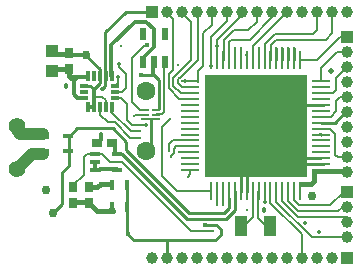
<source format=gbl>
%FSAX25Y25*%
%MOIN*%
G70*
G01*
G75*
G04 Layer_Physical_Order=4*
G04 Layer_Color=16711680*
%ADD10R,0.02362X0.08661*%
%ADD11R,0.03543X0.02756*%
%ADD12R,0.02756X0.03543*%
%ADD13R,0.03622X0.01575*%
%ADD14R,0.01575X0.01575*%
%ADD15R,0.05118X0.05906*%
%ADD16R,0.01575X0.01575*%
%ADD17R,0.03937X0.02756*%
%ADD18R,0.04331X0.03937*%
%ADD19R,0.03347X0.03937*%
%ADD20R,0.03347X0.03937*%
%ADD21R,0.00866X0.02756*%
%ADD22R,0.03937X0.04331*%
%ADD23R,0.03937X0.09055*%
%ADD24C,0.01000*%
%ADD25C,0.00800*%
%ADD26C,0.01200*%
%ADD27C,0.01500*%
%ADD28C,0.02400*%
%ADD29C,0.04000*%
%ADD30C,0.02000*%
%ADD31C,0.02500*%
%ADD32C,0.03543*%
%ADD33C,0.03000*%
%ADD34C,0.01400*%
%ADD35C,0.03000*%
%ADD36C,0.05500*%
%ADD37C,0.06299*%
%ADD38C,0.03937*%
%ADD39R,0.03937X0.03937*%
%ADD40R,0.03937X0.03937*%
%ADD41C,0.01500*%
%ADD42C,0.01300*%
%ADD43C,0.02000*%
%ADD44C,0.02400*%
%ADD45C,0.01400*%
%ADD46C,0.01800*%
G04:AMPARAMS|DCode=47|XSize=193.75mil|YSize=195.16mil|CornerRadius=0mil|HoleSize=0mil|Usage=FLASHONLY|Rotation=45.000|XOffset=0mil|YOffset=0mil|HoleType=Round|Shape=Rectangle|*
%AMROTATEDRECTD47*
4,1,4,0.00050,-0.13750,-0.13750,0.00050,-0.00050,0.13750,0.13750,-0.00050,0.00050,-0.13750,0.0*
%
%ADD47ROTATEDRECTD47*%

%ADD48R,0.05309X0.05255*%
%ADD49R,0.01575X0.03622*%
%ADD50R,0.03937X0.07087*%
%ADD51R,0.03622X0.02362*%
%ADD52R,0.02756X0.00866*%
%ADD53O,0.06102X0.00984*%
%ADD54O,0.00984X0.06102*%
%ADD55R,0.00984X0.06102*%
%ADD56R,0.34252X0.34252*%
%ADD57R,0.02362X0.04331*%
%ADD58R,0.03150X0.01181*%
%ADD59R,0.01181X0.03642*%
D11*
X0266659Y0366800D02*
D03*
X0261541D02*
D03*
D12*
X0252100Y0396659D02*
D03*
Y0391541D02*
D03*
X0259000Y0346941D02*
D03*
Y0352059D02*
D03*
X0253400Y0346941D02*
D03*
Y0352059D02*
D03*
D13*
X0260760Y0357941D02*
D03*
Y0360500D02*
D03*
X0268240Y0363059D02*
D03*
Y0357941D02*
D03*
X0260760Y0363059D02*
D03*
X0252002Y0364186D02*
D03*
Y0369304D02*
D03*
X0243735Y0364186D02*
D03*
D22*
X0246600Y0390754D02*
D03*
Y0397446D02*
D03*
D24*
X0305600Y0345300D02*
Y0348400D01*
X0303900Y0343600D02*
X0305600Y0345300D01*
X0292100Y0343600D02*
X0303900D01*
X0307500Y0344600D02*
Y0350800D01*
X0304500Y0341600D02*
X0307500Y0344600D01*
X0291400Y0341600D02*
X0304500D01*
X0266700Y0371700D02*
X0271200Y0367200D01*
Y0364500D02*
Y0367200D01*
Y0364500D02*
X0292100Y0343600D01*
X0259100Y0385900D02*
X0260350Y0384650D01*
X0257270Y0385900D02*
X0259100D01*
X0260350Y0384650D02*
X0262437Y0386737D01*
X0271609Y0336491D02*
X0273700Y0334400D01*
X0271609Y0336491D02*
Y0345360D01*
X0340684Y0373584D02*
X0344300Y0377200D01*
X0327195Y0394352D02*
Y0398495D01*
X0327300Y0398600D01*
X0325227Y0394352D02*
Y0398527D01*
X0325300Y0398600D01*
X0323258Y0398558D02*
X0323300Y0398600D01*
X0323258Y0394352D02*
Y0398558D01*
X0321290Y0394352D02*
Y0398510D01*
X0336152Y0373584D02*
X0340684D01*
X0321600Y0361400D02*
X0323700Y0359300D01*
X0321600Y0361400D02*
Y0370100D01*
X0328500Y0377000D01*
X0328800Y0379500D02*
X0337300D01*
X0309500Y0350600D02*
Y0355999D01*
X0311400Y0350600D02*
Y0355952D01*
X0330500Y0359800D02*
X0337295D01*
X0325175Y0361800D02*
X0336100D01*
X0271649Y0345400D02*
Y0352800D01*
X0270000Y0363000D02*
X0291400Y0341600D01*
X0246900Y0343500D02*
X0250000Y0346600D01*
Y0357100D01*
X0252200Y0359300D01*
Y0368900D01*
X0255000Y0371700D01*
X0266700D01*
X0336152Y0369647D02*
X0336155Y0369650D01*
X0284900Y0328600D02*
Y0334300D01*
X0279500Y0374500D02*
X0279600Y0374400D01*
Y0364300D02*
Y0374400D01*
X0279300Y0364000D02*
X0279600Y0364300D01*
X0271100Y0410600D02*
X0279700D01*
X0276300Y0389500D02*
X0276500Y0389700D01*
X0282200Y0378250D02*
Y0387900D01*
X0276100Y0389500D02*
X0276300D01*
X0280600D01*
X0280300Y0389800D02*
X0282200Y0387900D01*
X0280300Y0392400D02*
X0280600Y0392700D01*
X0262437Y0389000D02*
Y0391363D01*
X0257900Y0395900D02*
X0262437Y0391363D01*
Y0386737D02*
Y0389000D01*
X0264228Y0389178D02*
X0264405Y0389000D01*
X0264228Y0389178D02*
Y0392972D01*
X0264200Y0393000D02*
X0264228Y0392972D01*
X0264200Y0393000D02*
Y0403700D01*
X0271100Y0410600D01*
X0263100Y0384700D02*
X0264300Y0385900D01*
Y0388895D01*
X0264405Y0389000D01*
X0297400Y0339600D02*
X0301200D01*
X0302700Y0338100D01*
X0273700Y0334400D02*
X0301000D01*
X0302700Y0336100D01*
Y0338100D01*
D25*
X0266559Y0367500D02*
X0267600Y0366459D01*
Y0363699D02*
X0268299Y0363000D01*
X0265800Y0360400D02*
X0269935D01*
X0271151Y0359184D01*
Y0359149D02*
X0292700Y0337600D01*
X0271151Y0359149D02*
Y0359184D01*
X0292700Y0337600D02*
X0300200D01*
X0257221Y0385850D02*
X0257270Y0385900D01*
X0311000Y0339600D02*
X0313416Y0342016D01*
X0310000Y0340600D02*
X0311000Y0339600D01*
X0313416Y0342016D02*
Y0350848D01*
X0317900Y0339200D02*
X0318921D01*
X0315200Y0341900D02*
X0317900Y0339200D01*
X0315200Y0341900D02*
Y0350664D01*
X0315384Y0350848D01*
X0309079Y0339200D02*
Y0339779D01*
X0262500Y0376300D02*
X0265100Y0373700D01*
X0262500Y0376300D02*
Y0377600D01*
X0327195Y0350848D02*
X0327200Y0350843D01*
X0342600Y0382100D02*
X0344900D01*
X0341300Y0380800D02*
X0342600Y0382100D01*
X0341300Y0377400D02*
Y0380800D01*
X0339453Y0375553D02*
X0341300Y0377400D01*
X0341900Y0362000D02*
X0344900D01*
X0341000Y0362900D02*
X0341900Y0362000D01*
X0341000Y0362900D02*
Y0369900D01*
X0339284Y0371616D02*
X0341000Y0369900D01*
X0307400Y0398600D02*
X0307400Y0398600D01*
Y0398599D02*
Y0398600D01*
X0307400Y0398599D02*
X0307400Y0398599D01*
X0307400Y0394462D02*
Y0398599D01*
X0260760Y0363059D02*
X0260819Y0363000D01*
X0263200D01*
X0265800Y0360400D01*
X0307400Y0394462D02*
X0307510Y0394352D01*
X0336152Y0371616D02*
X0339284D01*
X0280679Y0376300D02*
X0281279D01*
X0277520D02*
X0278100D01*
X0274600D02*
X0277520D01*
X0278000Y0385300D02*
X0280331D01*
X0257200Y0362000D02*
X0258259Y0363059D01*
X0260760D01*
X0277800Y0365900D02*
X0278000Y0366100D01*
X0253600Y0352700D02*
X0257200Y0356300D01*
Y0362000D01*
X0309500Y0394373D02*
Y0398600D01*
X0305542Y0394352D02*
Y0400400D01*
X0319321Y0394352D02*
X0319450Y0394481D01*
X0339900Y0403400D02*
Y0410500D01*
X0334900Y0404500D02*
Y0410500D01*
X0333400Y0403000D02*
X0334900Y0404500D01*
X0337700Y0401200D02*
X0339900Y0403400D01*
X0319450Y0394481D02*
Y0399325D01*
X0321325Y0401200D01*
X0337700D01*
X0320700Y0403000D02*
X0333400D01*
X0313416Y0394352D02*
Y0399016D01*
X0324900Y0410500D01*
X0315384Y0398384D02*
X0315500Y0398500D01*
X0315384Y0394352D02*
Y0398384D01*
X0292643Y0385400D02*
X0292648Y0385395D01*
X0304900Y0407500D02*
Y0410500D01*
X0309900Y0409400D02*
Y0410500D01*
X0303573Y0394352D02*
X0303750Y0394529D01*
X0319900Y0408700D02*
Y0410500D01*
X0312400Y0401200D02*
X0319900Y0408700D01*
X0305500Y0400400D02*
X0306300Y0401200D01*
X0312400D01*
X0307025Y0404400D02*
X0312000D01*
X0314900Y0407300D01*
Y0410500D01*
X0268299Y0363000D02*
X0270000D01*
X0277900Y0374700D02*
X0281100D01*
X0288052Y0350848D02*
X0299636D01*
X0283100Y0372000D02*
X0285950Y0374850D01*
X0283100Y0355800D02*
X0288052Y0350848D01*
X0283100Y0355800D02*
Y0372000D01*
X0286300Y0362200D02*
Y0362625D01*
X0285500Y0366500D02*
X0286679Y0367679D01*
X0292648D01*
X0288800Y0363800D02*
X0288900D01*
X0286300Y0362625D02*
X0287150Y0363475D01*
Y0364850D01*
X0288010Y0365710D01*
X0292648D01*
X0285500Y0364300D02*
Y0366500D01*
X0292688Y0357900D02*
X0293200D01*
X0292512Y0357700D02*
Y0357724D01*
X0288800Y0363800D02*
X0288900Y0363700D01*
X0292606D01*
X0291700Y0355400D02*
X0292648Y0356348D01*
Y0357836D01*
X0292512Y0357724D02*
X0292688Y0357900D01*
X0335300Y0344200D02*
X0342000D01*
X0343400Y0345600D01*
X0344800D01*
X0332700Y0346200D02*
X0339300D01*
X0343700Y0350600D01*
X0344900D01*
X0336152Y0375553D02*
X0339453D01*
X0336152Y0391752D02*
X0341600Y0397200D01*
X0336152Y0387364D02*
Y0391752D01*
X0341600Y0397200D02*
X0344900D01*
X0336152Y0383427D02*
X0340073D01*
X0341200Y0384554D01*
Y0388400D01*
X0344900Y0392100D01*
X0329164Y0394352D02*
X0334752D01*
X0342500Y0402100D01*
X0344900D01*
X0301400Y0346100D02*
X0301605Y0346305D01*
Y0350848D01*
X0303600Y0346300D02*
Y0350821D01*
X0265100Y0373700D02*
X0267400D01*
X0266250Y0377250D02*
X0266550Y0377550D01*
X0273300Y0380500D02*
X0275925Y0377875D01*
X0277520D01*
X0274000Y0375700D02*
X0274600Y0376300D01*
X0271600Y0374400D02*
Y0379700D01*
X0267400Y0373700D02*
X0272500Y0368600D01*
X0275900D01*
X0271600Y0374400D02*
X0273300Y0372700D01*
X0277500D01*
X0266250Y0377250D02*
X0272800Y0370700D01*
X0275700D01*
X0267653Y0385850D02*
X0267704Y0385800D01*
X0269500Y0381800D02*
X0271600Y0379700D01*
X0268600Y0381800D02*
X0269500D01*
X0267653Y0383882D02*
X0267672Y0383900D01*
X0269700D01*
X0267653Y0385850D02*
X0268500Y0386697D01*
Y0388800D01*
X0269700Y0383900D02*
X0271100Y0385300D01*
X0280679Y0377875D02*
X0280721Y0377833D01*
X0281784D01*
X0282200Y0378250D01*
X0299700Y0410400D02*
X0299800D01*
X0289805Y0385395D02*
X0292648D01*
X0288497Y0386704D02*
X0289805Y0385396D01*
Y0385395D02*
Y0385396D01*
X0289800Y0410200D02*
X0292950Y0407050D01*
X0288942Y0381458D02*
X0292648D01*
X0299700Y0406077D02*
Y0410400D01*
X0299636Y0395500D02*
Y0402236D01*
X0304900Y0407500D01*
X0301605Y0394352D02*
Y0401105D01*
X0309900Y0409400D01*
X0303750Y0394529D02*
Y0401125D01*
X0307025Y0404400D01*
X0317353Y0394352D02*
Y0399653D01*
X0320700Y0403000D01*
X0292621Y0383400D02*
X0292648Y0383427D01*
X0285400Y0385000D02*
X0288942Y0381458D01*
X0285400Y0385000D02*
Y0389800D01*
X0273300Y0380500D02*
Y0395300D01*
X0277500Y0399500D01*
X0286997Y0385803D02*
X0289400Y0383400D01*
X0292621D01*
X0292950Y0394575D02*
Y0407050D01*
X0289925Y0391550D02*
X0292950Y0394575D01*
X0289925Y0391525D02*
Y0391550D01*
X0288497Y0388023D02*
X0289429Y0388956D01*
X0289477D01*
X0286997Y0388645D02*
X0288808Y0390456D01*
X0288856D01*
X0289925Y0391525D01*
X0288497Y0386704D02*
Y0388023D01*
X0289477Y0388956D02*
X0295100Y0394579D01*
Y0410500D01*
X0286997Y0385803D02*
Y0388645D01*
X0283900Y0391900D02*
X0284700Y0392700D01*
X0285400Y0389800D02*
X0286800Y0391200D01*
X0285000Y0410000D02*
X0286800Y0408200D01*
Y0391200D02*
Y0408200D01*
X0297000Y0403377D02*
X0299700Y0406077D01*
X0297000Y0392500D02*
Y0403377D01*
X0295200Y0387300D02*
X0295300Y0387400D01*
Y0390800D01*
X0297000Y0392500D01*
X0268900Y0392100D02*
Y0393300D01*
Y0392100D02*
X0271100Y0389900D01*
Y0385300D02*
Y0389900D01*
X0281279Y0376300D02*
X0281313Y0376333D01*
X0283233D01*
X0283900Y0377000D02*
Y0391900D01*
X0283233Y0376333D02*
X0283900Y0377000D01*
X0260469Y0378764D02*
X0260500Y0378795D01*
X0264400Y0380000D02*
Y0381100D01*
X0321290Y0347259D02*
Y0350848D01*
X0325227Y0347565D02*
Y0350848D01*
Y0347565D02*
X0328592Y0344200D01*
X0327200Y0347713D02*
Y0350843D01*
Y0347713D02*
X0328713Y0346200D01*
X0332700D01*
X0323258Y0347412D02*
Y0350848D01*
X0260500Y0382300D02*
X0263200D01*
X0264400Y0381100D01*
X0328592Y0344200D02*
X0335300D01*
X0323258Y0347412D02*
X0328570Y0342100D01*
X0335945D01*
X0335967Y0342078D01*
X0337417D01*
X0337439Y0342100D01*
X0344900D01*
X0329900Y0328600D02*
Y0336400D01*
X0319321Y0346979D02*
Y0350848D01*
Y0346979D02*
X0329900Y0336400D01*
X0278300Y0399600D02*
Y0399800D01*
X0277500Y0399500D02*
X0278300D01*
X0317353Y0347147D02*
Y0350848D01*
X0321290Y0347259D02*
X0333149Y0335400D01*
X0343200D01*
X0344900Y0337100D01*
D26*
X0267600Y0363699D02*
Y0366459D01*
X0277393Y0407232D02*
X0277938D01*
X0280350Y0404819D01*
X0253700Y0387400D02*
X0255000Y0388700D01*
X0252700Y0388400D02*
X0253700Y0387400D01*
X0252700Y0388400D02*
Y0388600D01*
X0256300Y0388700D02*
X0258400D01*
X0255000D02*
X0256300D01*
X0252700D02*
X0255000D01*
X0254987Y0381913D02*
X0257221D01*
X0253700Y0383200D02*
X0254987Y0381913D01*
X0253700Y0383200D02*
Y0387200D01*
X0314000Y0377700D02*
X0324827Y0366873D01*
X0309700Y0361400D02*
Y0374800D01*
X0312600Y0377700D02*
X0319490Y0384590D01*
X0300100Y0384700D02*
X0300800Y0385400D01*
X0312600Y0377700D02*
X0314000D01*
X0262541Y0357941D02*
X0262600Y0358000D01*
X0260760Y0357941D02*
X0262541D01*
X0260760D02*
Y0360500D01*
X0268181Y0358000D02*
X0268240Y0357941D01*
X0262600Y0358000D02*
X0268181D01*
X0262700Y0369500D02*
X0262900Y0369700D01*
X0262700Y0367900D02*
Y0369500D01*
X0280300Y0389800D02*
Y0392400D01*
X0258500Y0378764D02*
X0260164D01*
X0252900Y0396100D02*
X0257900D01*
X0260500Y0378795D02*
Y0384800D01*
X0279149Y0397550D02*
X0280350Y0398751D01*
X0266300Y0389074D02*
X0266374Y0389000D01*
X0279149Y0397549D02*
Y0397550D01*
X0278780Y0397241D02*
X0278841D01*
X0279149Y0397549D01*
X0276760Y0395220D02*
X0278780Y0397241D01*
X0276760Y0393776D02*
Y0395220D01*
X0266300Y0389074D02*
Y0399400D01*
X0280350Y0398751D02*
Y0404819D01*
X0266300Y0399400D02*
X0274200Y0407300D01*
X0277325D01*
X0277393Y0407232D01*
D27*
X0247659Y0391541D02*
X0252200D01*
Y0389100D02*
Y0391541D01*
Y0389100D02*
X0252700Y0388600D01*
X0252500Y0396500D02*
X0252900Y0396100D01*
X0247547Y0396500D02*
X0252500D01*
X0246600Y0397446D02*
X0247547Y0396500D01*
X0261641Y0344300D02*
X0266800D01*
X0259000Y0346941D02*
X0261641Y0344300D01*
X0262700Y0353200D02*
X0266131D01*
X0259000Y0352059D02*
X0261559D01*
X0262700Y0353200D01*
X0253400Y0347000D02*
X0258200D01*
X0329700Y0353000D02*
X0332700D01*
X0333900Y0354200D01*
Y0357500D01*
X0334000Y0357600D01*
X0345100D01*
D29*
X0235000Y0371300D02*
Y0373100D01*
X0235900Y0369900D02*
X0243500D01*
X0235000Y0371300D02*
X0235900Y0369900D01*
X0239700Y0363000D02*
X0243600D01*
X0234500Y0357800D02*
X0239700Y0363000D01*
X0234500Y0357500D02*
Y0357800D01*
D35*
X0247000Y0343600D02*
D03*
X0244500Y0351200D02*
D03*
X0257800Y0396000D02*
D03*
X0317600Y0385600D02*
D03*
X0333200Y0349200D02*
D03*
D36*
X0234800Y0358229D02*
D03*
Y0372371D02*
D03*
D37*
X0277800Y0384139D02*
D03*
Y0364061D02*
D03*
D38*
X0344900Y0410500D02*
D03*
X0339900D02*
D03*
X0334900D02*
D03*
X0329900D02*
D03*
X0324900D02*
D03*
X0319900D02*
D03*
X0314900D02*
D03*
X0309900D02*
D03*
X0304900D02*
D03*
X0299900D02*
D03*
X0294900D02*
D03*
X0289900D02*
D03*
X0284900D02*
D03*
X0339900Y0328600D02*
D03*
X0334900D02*
D03*
X0329900D02*
D03*
X0324900D02*
D03*
X0319900D02*
D03*
X0314900D02*
D03*
X0309900D02*
D03*
X0304900D02*
D03*
X0299900D02*
D03*
X0294900D02*
D03*
X0289900D02*
D03*
X0284900D02*
D03*
X0279900D02*
D03*
X0344900Y0335600D02*
D03*
Y0340600D02*
D03*
Y0345600D02*
D03*
Y0357100D02*
D03*
Y0362100D02*
D03*
Y0367100D02*
D03*
Y0372100D02*
D03*
Y0377100D02*
D03*
Y0382100D02*
D03*
Y0387100D02*
D03*
Y0392100D02*
D03*
Y0397100D02*
D03*
D39*
X0279900Y0410500D02*
D03*
X0344900Y0328600D02*
D03*
D40*
Y0350600D02*
D03*
Y0402100D02*
D03*
D41*
X0256300Y0388700D02*
D03*
X0276300Y0389500D02*
D03*
X0262700Y0353200D02*
D03*
X0297400Y0339600D02*
D03*
X0321100Y0357300D02*
D03*
X0271700Y0336400D02*
D03*
X0278300Y0399600D02*
D03*
D42*
X0269400Y0399300D02*
D03*
X0334200Y0367800D02*
D03*
X0338400Y0377500D02*
D03*
X0335700Y0369700D02*
D03*
X0307400Y0398600D02*
D03*
X0327300D02*
D03*
X0309500D02*
D03*
X0307500Y0382900D02*
D03*
X0325300Y0398600D02*
D03*
X0321200D02*
D03*
X0323300D02*
D03*
X0262600Y0358000D02*
D03*
X0262900Y0369700D02*
D03*
X0304700Y0360200D02*
D03*
X0335700Y0365700D02*
D03*
X0291300Y0361700D02*
D03*
X0288900Y0363800D02*
D03*
X0285400Y0364300D02*
D03*
X0291700Y0355400D02*
D03*
X0286300Y0362200D02*
D03*
X0294800Y0359800D02*
D03*
X0311400Y0344600D02*
D03*
X0301400Y0346100D02*
D03*
X0300200Y0337600D02*
D03*
X0303600Y0346300D02*
D03*
X0286000Y0374900D02*
D03*
X0290200Y0379500D02*
D03*
X0274000Y0375800D02*
D03*
X0275900Y0368600D02*
D03*
X0275728Y0370750D02*
D03*
X0305500Y0400400D02*
D03*
X0315500Y0398500D02*
D03*
X0311321Y0396315D02*
D03*
X0288600Y0392900D02*
D03*
X0332700Y0346200D02*
D03*
X0337100Y0344200D02*
D03*
D43*
X0339500Y0390800D02*
D03*
D44*
X0266400Y0344300D02*
D03*
D45*
X0277700Y0372800D02*
D03*
X0268500Y0388900D02*
D03*
X0290700Y0387400D02*
D03*
X0301600Y0399000D02*
D03*
X0299400Y0392500D02*
D03*
X0268900Y0393200D02*
D03*
X0263100Y0384700D02*
D03*
X0317500Y0347100D02*
D03*
X0330900Y0340300D02*
D03*
X0275500Y0407300D02*
D03*
X0335600Y0337300D02*
D03*
D46*
X0251100Y0385800D02*
D03*
X0317200Y0344500D02*
D03*
D49*
X0271609Y0352840D02*
D03*
X0266491D02*
D03*
Y0345360D02*
D03*
X0271609D02*
D03*
D50*
X0319221Y0339100D02*
D03*
X0309379D02*
D03*
D51*
X0243700Y0369100D02*
D03*
D52*
X0281279Y0377875D02*
D03*
Y0376300D02*
D03*
Y0374725D02*
D03*
X0277520D02*
D03*
Y0376300D02*
D03*
Y0377875D02*
D03*
D53*
X0336152Y0357836D02*
D03*
Y0359805D02*
D03*
Y0361773D02*
D03*
Y0363742D02*
D03*
Y0365710D02*
D03*
Y0367679D02*
D03*
Y0369647D02*
D03*
Y0371616D02*
D03*
Y0373584D02*
D03*
Y0375553D02*
D03*
Y0377521D02*
D03*
Y0379490D02*
D03*
Y0381458D02*
D03*
Y0383427D02*
D03*
Y0385395D02*
D03*
Y0387364D02*
D03*
X0292648D02*
D03*
Y0385395D02*
D03*
Y0383427D02*
D03*
Y0381458D02*
D03*
Y0379490D02*
D03*
Y0377521D02*
D03*
Y0375553D02*
D03*
Y0373584D02*
D03*
Y0371616D02*
D03*
Y0369647D02*
D03*
Y0367679D02*
D03*
Y0365710D02*
D03*
Y0363742D02*
D03*
Y0361773D02*
D03*
Y0359805D02*
D03*
Y0357836D02*
D03*
D54*
X0329164Y0394352D02*
D03*
X0327195D02*
D03*
X0325227D02*
D03*
X0323258D02*
D03*
X0321290D02*
D03*
X0319321D02*
D03*
X0317353D02*
D03*
X0315384D02*
D03*
X0313416D02*
D03*
X0311447D02*
D03*
X0309479D02*
D03*
X0307510D02*
D03*
X0305542D02*
D03*
X0303573D02*
D03*
X0301605D02*
D03*
X0299636D02*
D03*
Y0350848D02*
D03*
X0301605D02*
D03*
X0303573D02*
D03*
X0305542D02*
D03*
X0307510D02*
D03*
X0309479D02*
D03*
X0311447D02*
D03*
X0313416D02*
D03*
X0315384D02*
D03*
X0317353D02*
D03*
X0319321D02*
D03*
X0321290D02*
D03*
X0323258D02*
D03*
X0325227D02*
D03*
X0327195D02*
D03*
D55*
X0329164D02*
D03*
D56*
X0314400Y0372600D02*
D03*
D57*
X0284240Y0393776D02*
D03*
X0280500D02*
D03*
X0276760D02*
D03*
Y0403224D02*
D03*
X0284240D02*
D03*
D58*
X0257221Y0385850D02*
D03*
Y0383882D02*
D03*
Y0381913D02*
D03*
X0267653D02*
D03*
Y0383882D02*
D03*
Y0385850D02*
D03*
D59*
X0258500Y0378764D02*
D03*
X0260469D02*
D03*
X0262437D02*
D03*
X0264405D02*
D03*
X0266374D02*
D03*
Y0389000D02*
D03*
X0264405D02*
D03*
X0262437D02*
D03*
X0260469D02*
D03*
X0258500D02*
D03*
M02*

</source>
